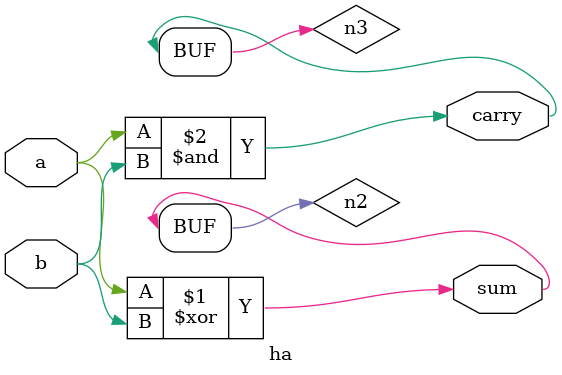
<source format=v>
module ha
  (input  a,
   input  b,
   output sum,
   output carry);
  wire n2;
  wire n3;
  assign sum = n2; //(module output)
  assign carry = n3; //(module output)
  /* ha.vhdl:22:16  */
  assign n2 = a ^ b;
  /* ha.vhdl:23:16  */
  assign n3 = a & b;
endmodule


</source>
